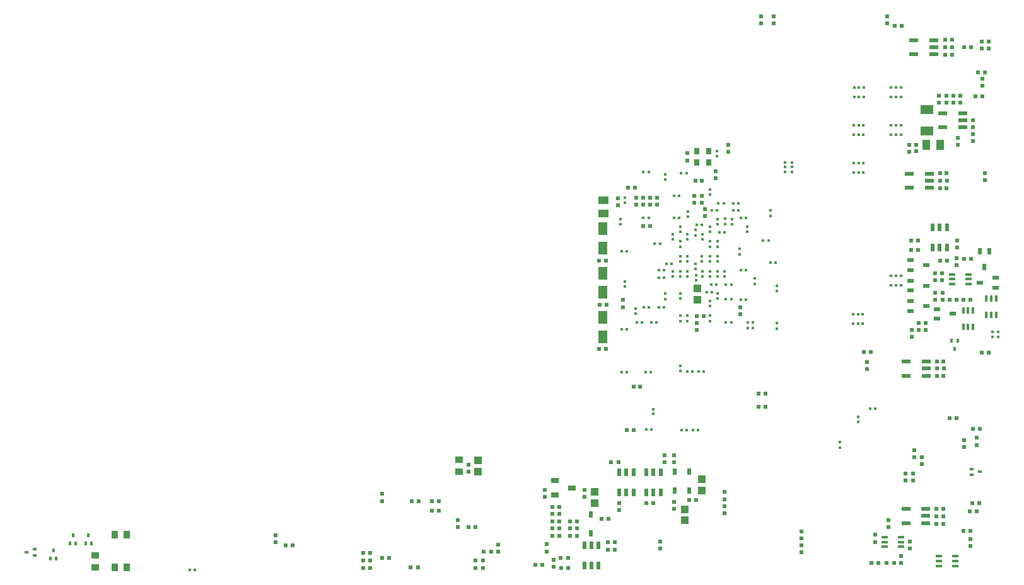
<source format=gbp>
G04*
G04 #@! TF.GenerationSoftware,Altium Limited,Altium Designer,19.1.7 (138)*
G04*
G04 Layer_Color=128*
%FSLAX25Y25*%
%MOIN*%
G70*
G01*
G75*
%ADD20R,0.01575X0.03740*%
%ADD21R,0.03347X0.02165*%
%ADD22R,0.02362X0.01378*%
%ADD23R,0.01575X0.01772*%
%ADD24R,0.02441X0.02441*%
%ADD25R,0.02284X0.02441*%
%ADD26R,0.02441X0.02441*%
%ADD28R,0.03937X0.03937*%
%ADD32R,0.02441X0.02284*%
%ADD36R,0.03740X0.01575*%
%ADD41R,0.01772X0.01575*%
%ADD57R,0.05512X0.04134*%
%ADD68R,0.04921X0.07087*%
%ADD70R,0.04921X0.02362*%
%ADD196R,0.04134X0.02559*%
%ADD197R,0.01654X0.01811*%
%ADD198R,0.02362X0.04134*%
%ADD199R,0.02559X0.03347*%
%ADD200R,0.01378X0.02362*%
%ADD201R,0.01968X0.03543*%
%ADD202R,0.04134X0.05512*%
%ADD203R,0.07087X0.04528*%
%ADD204R,0.01811X0.01654*%
%ADD205R,0.03740X0.01968*%
%ADD206R,0.02165X0.03347*%
%ADD207R,0.03937X0.03543*%
%ADD208R,0.03543X0.03937*%
%ADD209R,0.03937X0.03740*%
D20*
X177657Y-121457D02*
D03*
X180217D02*
D03*
X182776D02*
D03*
Y-130118D02*
D03*
X180217D02*
D03*
X177657D02*
D03*
X170497Y-136221D02*
D03*
X167938D02*
D03*
X165379D02*
D03*
Y-127559D02*
D03*
X167938D02*
D03*
X170497D02*
D03*
D21*
X174146Y-113038D02*
D03*
X182413Y-115597D02*
D03*
Y-110478D02*
D03*
D22*
X169783Y-214764D02*
D03*
Y-211614D02*
D03*
X174114Y-213189D02*
D03*
X-329724Y-255709D02*
D03*
X-325394Y-257283D02*
D03*
Y-254134D02*
D03*
D23*
X35256Y-43298D02*
D03*
Y-46054D02*
D03*
X66929Y-137205D02*
D03*
Y-134449D02*
D03*
X7874Y-121555D02*
D03*
Y-118799D02*
D03*
X31594Y-66339D02*
D03*
Y-63583D02*
D03*
X47244Y-97933D02*
D03*
Y-95177D02*
D03*
X24213Y-111614D02*
D03*
Y-108858D02*
D03*
X23771Y-105709D02*
D03*
Y-102953D02*
D03*
X31496Y-93897D02*
D03*
Y-91142D02*
D03*
Y-86023D02*
D03*
Y-83268D02*
D03*
Y-101772D02*
D03*
Y-99016D02*
D03*
X27559Y-87205D02*
D03*
Y-89960D02*
D03*
X19685D02*
D03*
Y-87205D02*
D03*
X31496Y-106890D02*
D03*
Y-109646D02*
D03*
X27362Y-101772D02*
D03*
Y-99016D02*
D03*
X15748D02*
D03*
Y-101772D02*
D03*
Y-91142D02*
D03*
Y-93897D02*
D03*
X11811Y-89960D02*
D03*
Y-87205D02*
D03*
X35433Y-101772D02*
D03*
Y-99016D02*
D03*
X27559Y-106890D02*
D03*
Y-109646D02*
D03*
X35433Y-93897D02*
D03*
Y-91142D02*
D03*
X23869Y-87894D02*
D03*
Y-85138D02*
D03*
X35433Y-109646D02*
D03*
Y-106890D02*
D03*
X19685Y-101772D02*
D03*
Y-99016D02*
D03*
Y-109646D02*
D03*
Y-106890D02*
D03*
X19783Y-75394D02*
D03*
Y-78150D02*
D03*
X15748Y-86023D02*
D03*
Y-83268D02*
D03*
X31398Y-122638D02*
D03*
Y-125394D02*
D03*
X35433Y-121457D02*
D03*
Y-118701D02*
D03*
X15748Y-106890D02*
D03*
Y-109646D02*
D03*
X15846Y-133268D02*
D03*
Y-130512D02*
D03*
X31496Y-133268D02*
D03*
Y-130512D02*
D03*
X16035Y-157087D02*
D03*
Y-159843D02*
D03*
X19587Y-130512D02*
D03*
Y-133268D02*
D03*
X15748Y-121457D02*
D03*
Y-118701D02*
D03*
X-13574Y-115059D02*
D03*
Y-112303D02*
D03*
X-7874Y-129331D02*
D03*
Y-126575D02*
D03*
X-15748Y-82087D02*
D03*
Y-79331D02*
D03*
X-13386Y-70669D02*
D03*
Y-67913D02*
D03*
X51181Y-83268D02*
D03*
Y-86024D02*
D03*
X63386Y-77559D02*
D03*
Y-74803D02*
D03*
X66831Y-114764D02*
D03*
Y-117520D02*
D03*
X7874Y-55709D02*
D03*
Y-58464D02*
D03*
X100258Y-200267D02*
D03*
Y-197511D02*
D03*
X109724Y-183994D02*
D03*
Y-186750D02*
D03*
X39567Y-81890D02*
D03*
Y-79134D02*
D03*
X35433Y-79331D02*
D03*
Y-82086D02*
D03*
X55118Y-110827D02*
D03*
Y-113583D02*
D03*
X11811Y-109646D02*
D03*
Y-106890D02*
D03*
X39370Y-109646D02*
D03*
Y-106890D02*
D03*
X43307Y-82087D02*
D03*
Y-79331D02*
D03*
D24*
X65158Y24311D02*
D03*
Y27854D02*
D03*
X12697Y-207874D02*
D03*
Y-204331D02*
D03*
X-16535Y-229803D02*
D03*
Y-233347D02*
D03*
X163976Y-17618D02*
D03*
Y-14075D02*
D03*
X170669Y-34449D02*
D03*
Y-37992D02*
D03*
X162402Y-36417D02*
D03*
Y-39961D02*
D03*
X28740Y-77699D02*
D03*
Y-74155D02*
D03*
X27165Y-67126D02*
D03*
Y-70669D02*
D03*
X23228Y-67126D02*
D03*
Y-70669D02*
D03*
X125295Y24409D02*
D03*
Y27953D02*
D03*
X140650Y-39961D02*
D03*
Y-43504D02*
D03*
X162065Y-94299D02*
D03*
Y-90756D02*
D03*
X-96161Y-212894D02*
D03*
Y-209350D02*
D03*
X-51083Y-263386D02*
D03*
Y-259842D02*
D03*
X143405Y-205315D02*
D03*
Y-208858D02*
D03*
D25*
X168917Y-233858D02*
D03*
X172618D02*
D03*
X153248Y-101347D02*
D03*
X156949D02*
D03*
X116850Y-261238D02*
D03*
X120551D02*
D03*
X141850Y-137894D02*
D03*
X145551D02*
D03*
X-3760Y-67913D02*
D03*
X-7461D02*
D03*
Y-71752D02*
D03*
X-3760D02*
D03*
X-177D02*
D03*
X3524D02*
D03*
Y-67913D02*
D03*
X-177D02*
D03*
X-22421Y-250295D02*
D03*
X-18721D02*
D03*
X161890Y-184744D02*
D03*
X158189D02*
D03*
X57311Y-178687D02*
D03*
X61012D02*
D03*
X-51689Y-239256D02*
D03*
X-47988D02*
D03*
X-42598Y-243110D02*
D03*
X-38898D02*
D03*
X-51689Y-246933D02*
D03*
X-47988D02*
D03*
X-38898Y-239272D02*
D03*
X-42598D02*
D03*
X-51689Y-243095D02*
D03*
X-47988D02*
D03*
X-42598Y-246949D02*
D03*
X-38898D02*
D03*
X24528Y-130807D02*
D03*
X28228D02*
D03*
X-27244Y-101378D02*
D03*
X-23543D02*
D03*
X-27067Y-148031D02*
D03*
X-23366D02*
D03*
X-26949Y-124803D02*
D03*
X-23248D02*
D03*
X-118Y-82965D02*
D03*
X-3819D02*
D03*
X24094Y-227933D02*
D03*
X20394D02*
D03*
X-20650Y-208071D02*
D03*
X-16949D02*
D03*
X61004Y-171555D02*
D03*
X57303D02*
D03*
X152677Y-13976D02*
D03*
X156378D02*
D03*
Y-17815D02*
D03*
X152677D02*
D03*
X154902Y-236614D02*
D03*
X151201D02*
D03*
X155098Y-158366D02*
D03*
X151398D02*
D03*
X156772Y-59055D02*
D03*
X153071D02*
D03*
X159541Y11516D02*
D03*
X155841D02*
D03*
X-22067Y-237992D02*
D03*
X-25768D02*
D03*
X125020Y-261221D02*
D03*
X128720D02*
D03*
X-115335Y-228543D02*
D03*
X-111634D02*
D03*
X-115335Y-233563D02*
D03*
X-111634D02*
D03*
X-141909Y-258563D02*
D03*
X-138209D02*
D03*
X116417Y-149803D02*
D03*
X112716D02*
D03*
X169646Y11713D02*
D03*
X165945D02*
D03*
X169370Y-244390D02*
D03*
X165669D02*
D03*
X-151949Y-263976D02*
D03*
X-148248D02*
D03*
X129055Y23031D02*
D03*
X132756D02*
D03*
X-148248Y-255906D02*
D03*
X-151949D02*
D03*
X-122953Y-263583D02*
D03*
X-126654D02*
D03*
X-96240Y-242421D02*
D03*
X-92539D02*
D03*
X-47988Y-235418D02*
D03*
X-51689D02*
D03*
X-88602Y-260138D02*
D03*
X-92303D02*
D03*
X-84272Y-255315D02*
D03*
X-87972D02*
D03*
X-47988Y-231579D02*
D03*
X-51689D02*
D03*
X-88602Y-263976D02*
D03*
X-92303D02*
D03*
X161950Y-122100D02*
D03*
X158250D02*
D03*
X169350D02*
D03*
X165650D02*
D03*
X141516Y-90839D02*
D03*
X137815D02*
D03*
Y-95846D02*
D03*
X141516D02*
D03*
X170197Y-229528D02*
D03*
X173898D02*
D03*
X-43622Y-258563D02*
D03*
X-47323D02*
D03*
X173211Y-1575D02*
D03*
X176912D02*
D03*
X174094Y-190256D02*
D03*
X170394D02*
D03*
X175669Y-14272D02*
D03*
X171968D02*
D03*
X175140Y-149939D02*
D03*
X178841D02*
D03*
X-126063Y-228543D02*
D03*
X-122362D02*
D03*
X-148248Y-260138D02*
D03*
X-151949D02*
D03*
X-11890Y-62598D02*
D03*
X-8189D02*
D03*
X-192901Y-252165D02*
D03*
X-189200D02*
D03*
D26*
X145374Y-134350D02*
D03*
X141831D02*
D03*
X165847Y-100394D02*
D03*
X169390D02*
D03*
X-2067Y-229724D02*
D03*
X1476D02*
D03*
X151279Y-240551D02*
D03*
X154823D02*
D03*
X154823Y-232677D02*
D03*
X151279D02*
D03*
X155020Y-154528D02*
D03*
X151476D02*
D03*
X151378Y-162303D02*
D03*
X154921D02*
D03*
X156693Y-55118D02*
D03*
X153150D02*
D03*
Y-62992D02*
D03*
X156693D02*
D03*
X159567Y15551D02*
D03*
X156024D02*
D03*
X155905Y7677D02*
D03*
X159449D02*
D03*
X-43504Y-264173D02*
D03*
X-47047D02*
D03*
X-22343Y-254232D02*
D03*
X-18799D02*
D03*
X-12500Y-191043D02*
D03*
X-8957D02*
D03*
X-5413Y-168012D02*
D03*
X-8957D02*
D03*
X23819Y-59055D02*
D03*
X27362D02*
D03*
X-60630Y-262205D02*
D03*
X-57087D02*
D03*
D28*
X-91142Y-207087D02*
D03*
Y-212992D02*
D03*
X25000Y-122047D02*
D03*
Y-116142D02*
D03*
X27362Y-217106D02*
D03*
Y-223012D02*
D03*
X18307Y-238779D02*
D03*
Y-232874D02*
D03*
X-29626Y-223721D02*
D03*
Y-229626D02*
D03*
D32*
X-34646Y-222559D02*
D03*
Y-226260D02*
D03*
X-55709D02*
D03*
Y-222559D02*
D03*
X178900Y14513D02*
D03*
Y10813D02*
D03*
X125787Y-238799D02*
D03*
Y-242500D02*
D03*
X169370Y-252343D02*
D03*
Y-248642D02*
D03*
X19488Y-44499D02*
D03*
Y-48200D02*
D03*
X138091Y-138110D02*
D03*
Y-141811D02*
D03*
X5276Y-249902D02*
D03*
Y-253602D02*
D03*
X136909Y-43583D02*
D03*
Y-39882D02*
D03*
X58693Y28000D02*
D03*
Y24299D02*
D03*
X7579Y-204252D02*
D03*
Y-207953D02*
D03*
X12697Y-232658D02*
D03*
Y-228957D02*
D03*
X-14469Y-125885D02*
D03*
Y-122184D02*
D03*
X170669Y-26988D02*
D03*
Y-30689D02*
D03*
X160138Y-17697D02*
D03*
Y-13996D02*
D03*
X176912Y-58740D02*
D03*
Y-55039D02*
D03*
X175061Y10945D02*
D03*
Y14646D02*
D03*
X79823Y-248406D02*
D03*
Y-244705D02*
D03*
Y-252087D02*
D03*
Y-255787D02*
D03*
X39173Y-227539D02*
D03*
Y-223839D02*
D03*
Y-231221D02*
D03*
Y-234921D02*
D03*
X132619Y-261238D02*
D03*
Y-257537D02*
D03*
X137205Y-250057D02*
D03*
Y-253758D02*
D03*
X114469Y-158839D02*
D03*
Y-155138D02*
D03*
X47638Y-125906D02*
D03*
Y-129606D02*
D03*
X-17028Y-72126D02*
D03*
Y-68425D02*
D03*
X134941Y-214094D02*
D03*
Y-217795D02*
D03*
X138779D02*
D03*
Y-214094D02*
D03*
X175591Y-8819D02*
D03*
Y-5118D02*
D03*
X-141634Y-228524D02*
D03*
Y-224823D02*
D03*
X-101673Y-242303D02*
D03*
Y-238602D02*
D03*
X-54921Y-255197D02*
D03*
Y-251496D02*
D03*
X-80512Y-255394D02*
D03*
Y-251693D02*
D03*
X24508Y-138169D02*
D03*
Y-134468D02*
D03*
X154449Y-122047D02*
D03*
Y-118347D02*
D03*
X150610D02*
D03*
Y-122047D02*
D03*
X154331Y-108012D02*
D03*
Y-111713D02*
D03*
X150492Y-111693D02*
D03*
Y-107992D02*
D03*
X162008Y-100020D02*
D03*
Y-103720D02*
D03*
X118938Y-246514D02*
D03*
Y-250214D02*
D03*
X34457Y-53858D02*
D03*
Y-57559D02*
D03*
X41261Y-39882D02*
D03*
Y-43583D02*
D03*
X172539Y-195188D02*
D03*
Y-198889D02*
D03*
X165748Y-200177D02*
D03*
Y-196476D02*
D03*
X139567Y-205295D02*
D03*
Y-201594D02*
D03*
X-198137Y-250310D02*
D03*
Y-246609D02*
D03*
D36*
X159449Y-113681D02*
D03*
Y-111122D02*
D03*
Y-108563D02*
D03*
X168110D02*
D03*
Y-111122D02*
D03*
Y-113681D02*
D03*
X132558Y-247675D02*
D03*
Y-250234D02*
D03*
Y-252793D02*
D03*
X123897D02*
D03*
Y-250234D02*
D03*
Y-247675D02*
D03*
X161211Y-257802D02*
D03*
Y-260361D02*
D03*
Y-262920D02*
D03*
X152549D02*
D03*
Y-260361D02*
D03*
Y-257802D02*
D03*
D41*
X54134Y-137008D02*
D03*
X51378D02*
D03*
X2314Y-92426D02*
D03*
X5070D02*
D03*
X66339Y-102362D02*
D03*
X63583D02*
D03*
X32087Y-114173D02*
D03*
X34843D02*
D03*
X62402Y-90551D02*
D03*
X59646D02*
D03*
X19094Y-55118D02*
D03*
X16339D02*
D03*
X-689Y-126083D02*
D03*
X-3445D02*
D03*
X11330Y-102953D02*
D03*
X8574D02*
D03*
X32480Y-74803D02*
D03*
X35236D02*
D03*
X24606Y-82382D02*
D03*
X27362D02*
D03*
X-2165Y-190748D02*
D03*
X591D02*
D03*
X22512Y-190945D02*
D03*
X25268D02*
D03*
X25591Y-160138D02*
D03*
X28346D02*
D03*
X19390D02*
D03*
X22146D02*
D03*
X197Y-160335D02*
D03*
X-2559D02*
D03*
X42717Y-133858D02*
D03*
X39961D02*
D03*
X-4528D02*
D03*
X-7283D02*
D03*
X39961Y-121843D02*
D03*
X42717D02*
D03*
X54134Y-134055D02*
D03*
X51378D02*
D03*
X-15157Y-137795D02*
D03*
X-12402D02*
D03*
X591Y-133858D02*
D03*
X3346D02*
D03*
X7283Y-125984D02*
D03*
X4528D02*
D03*
X47835Y-122047D02*
D03*
X50591D02*
D03*
X-12382Y-160236D02*
D03*
X-15138D02*
D03*
X16607Y-191080D02*
D03*
X19363D02*
D03*
X-3642Y-78642D02*
D03*
X-886D02*
D03*
X-15157Y-96260D02*
D03*
X-12402D02*
D03*
X50591Y-106299D02*
D03*
X47835D02*
D03*
X12402Y-66929D02*
D03*
X15157D02*
D03*
X-886Y-54449D02*
D03*
X-3642D02*
D03*
X12402Y-78740D02*
D03*
X15157D02*
D03*
X116043Y-179626D02*
D03*
X118799D02*
D03*
X39173Y-86417D02*
D03*
X36417D02*
D03*
X32480Y-118110D02*
D03*
X29724D02*
D03*
X43898Y-74803D02*
D03*
X46654D02*
D03*
X4528Y-106299D02*
D03*
X7283D02*
D03*
X38780Y-70866D02*
D03*
X36024D02*
D03*
X7283Y-110236D02*
D03*
X4528D02*
D03*
X39961Y-114173D02*
D03*
X42717D02*
D03*
X43898Y-70866D02*
D03*
X46654D02*
D03*
X50591Y-78740D02*
D03*
X47835D02*
D03*
X-243504Y-264862D02*
D03*
X-240748D02*
D03*
D57*
X-24902Y-69291D02*
D03*
Y-76378D02*
D03*
D68*
X-25000Y-84449D02*
D03*
Y-94685D02*
D03*
X-25098Y-107874D02*
D03*
Y-118110D02*
D03*
Y-131299D02*
D03*
Y-141535D02*
D03*
D70*
X145669Y-232776D02*
D03*
Y-236516D02*
D03*
Y-240256D02*
D03*
X135039D02*
D03*
Y-232776D02*
D03*
X135236Y-154724D02*
D03*
Y-162205D02*
D03*
X145866D02*
D03*
Y-158465D02*
D03*
Y-154724D02*
D03*
X136909Y-55216D02*
D03*
Y-62697D02*
D03*
X147539D02*
D03*
Y-58957D02*
D03*
Y-55216D02*
D03*
X165059Y-23228D02*
D03*
Y-26969D02*
D03*
Y-30709D02*
D03*
X154429D02*
D03*
Y-23228D02*
D03*
X139173Y15453D02*
D03*
Y7972D02*
D03*
X149803D02*
D03*
Y11713D02*
D03*
Y15453D02*
D03*
D196*
X-50492Y-225295D02*
D03*
Y-217815D02*
D03*
X-41437Y-221555D02*
D03*
D197*
X1477Y-179902D02*
D03*
Y-182500D02*
D03*
X71062Y-51850D02*
D03*
Y-49252D02*
D03*
Y-51850D02*
D03*
Y-54449D02*
D03*
X75000Y-51850D02*
D03*
Y-54449D02*
D03*
Y-51850D02*
D03*
Y-49252D02*
D03*
X183760Y-141654D02*
D03*
Y-139055D02*
D03*
X180709Y-141634D02*
D03*
Y-139035D02*
D03*
D198*
X-16437Y-213268D02*
D03*
X-12697D02*
D03*
X-8957D02*
D03*
Y-223898D02*
D03*
X-12697D02*
D03*
X-16437D02*
D03*
X149269Y-94299D02*
D03*
X153010D02*
D03*
X156750D02*
D03*
Y-83669D02*
D03*
X153010D02*
D03*
X149269D02*
D03*
X-2067Y-223898D02*
D03*
X1673D02*
D03*
X5413D02*
D03*
Y-213268D02*
D03*
X1673D02*
D03*
X-2067D02*
D03*
X-34843Y-262598D02*
D03*
X-31102D02*
D03*
X-27362D02*
D03*
Y-251969D02*
D03*
X-31102D02*
D03*
X-34843D02*
D03*
D199*
X30968Y-49400D02*
D03*
X24472D02*
D03*
Y-43298D02*
D03*
X30968D02*
D03*
D200*
X160827Y-148031D02*
D03*
X162402Y-143701D02*
D03*
X159252D02*
D03*
X-297000Y-246735D02*
D03*
X-298575Y-251065D02*
D03*
X-295425D02*
D03*
X-305254Y-246733D02*
D03*
X-306829Y-251063D02*
D03*
X-303679D02*
D03*
X-315551Y-254626D02*
D03*
X-317126Y-258957D02*
D03*
X-313976D02*
D03*
D201*
X20409Y-223158D02*
D03*
Y-212922D02*
D03*
X12732Y-223158D02*
D03*
Y-212922D02*
D03*
X-31496Y-235531D02*
D03*
Y-245768D02*
D03*
D202*
X145965Y-40157D02*
D03*
X153051D02*
D03*
D203*
X146161Y-21358D02*
D03*
Y-32776D02*
D03*
D204*
X107126Y-129547D02*
D03*
X109724D02*
D03*
X112323D02*
D03*
X109724D02*
D03*
X127342Y-34528D02*
D03*
X129941D02*
D03*
X132539D02*
D03*
X129941D02*
D03*
X107441Y-49606D02*
D03*
X110039D02*
D03*
X112638D02*
D03*
X110039D02*
D03*
X112638Y-54528D02*
D03*
X110039D02*
D03*
X107441D02*
D03*
X110039D02*
D03*
X132539Y-29528D02*
D03*
X129941D02*
D03*
X127342D02*
D03*
X129941D02*
D03*
X112323Y-134547D02*
D03*
X109724D02*
D03*
X107126D02*
D03*
X109724D02*
D03*
X132539Y-109449D02*
D03*
X129941D02*
D03*
X112638Y-34646D02*
D03*
X110039D02*
D03*
X107441D02*
D03*
X110039D02*
D03*
X107736Y-9547D02*
D03*
X110335D02*
D03*
X127342Y-114506D02*
D03*
X129941D02*
D03*
X132539Y-9528D02*
D03*
X129941D02*
D03*
X127302Y-14528D02*
D03*
X129900D02*
D03*
X127342Y-109449D02*
D03*
X129941D02*
D03*
X132539Y-114506D02*
D03*
X129941D02*
D03*
X127342Y-9528D02*
D03*
X129941D02*
D03*
X132498Y-14528D02*
D03*
X129900D02*
D03*
X112933Y-14665D02*
D03*
X110335D02*
D03*
X107736D02*
D03*
X110335D02*
D03*
X107441Y-29527D02*
D03*
X110039D02*
D03*
X112933Y-9547D02*
D03*
X110335D02*
D03*
X112638Y-29527D02*
D03*
X110039D02*
D03*
D205*
X151673Y-131988D02*
D03*
Y-126870D02*
D03*
X137697Y-127953D02*
D03*
Y-122835D02*
D03*
X145768Y-125394D02*
D03*
X137697Y-106193D02*
D03*
Y-101075D02*
D03*
X145768Y-103634D02*
D03*
X159744Y-129429D02*
D03*
X137697Y-117126D02*
D03*
Y-112008D02*
D03*
X145768Y-114567D02*
D03*
D206*
X176673Y-104724D02*
D03*
X179232Y-96457D02*
D03*
X174114D02*
D03*
D207*
X-293406Y-263583D02*
D03*
Y-257283D02*
D03*
D208*
X-276870Y-263681D02*
D03*
X-283169D02*
D03*
X-276821Y-246241D02*
D03*
X-283120D02*
D03*
D209*
X-101181Y-212894D02*
D03*
Y-206594D02*
D03*
M02*

</source>
